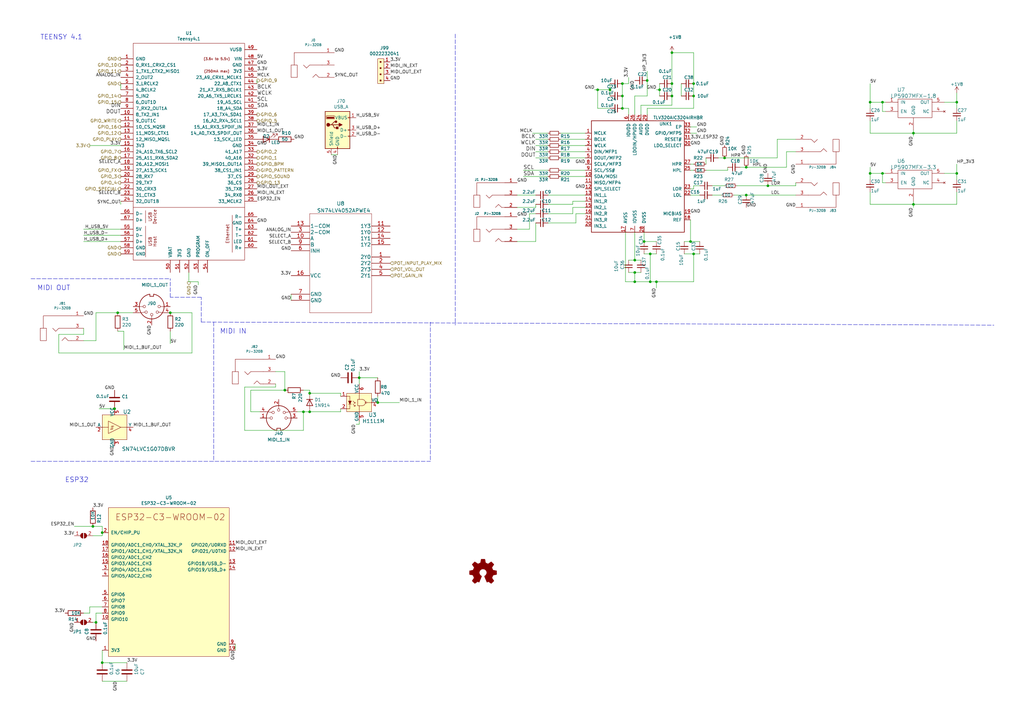
<source format=kicad_sch>
(kicad_sch (version 20211123) (generator eeschema)
  (paper "A3")
  (title_block (title "Pocket Operator MIDI Adapter") (rev "3.4") (company "Hanz Tech Inc"))
  (junction (at 361.95 71.12))
  (junction (at 266.7 104.14))
  (junction (at 260.35 115.57))
  (junction (at 69.85 128.27))
  (junction (at 41.91 271.78))
  (junction (at 264.16 99.06))
  (junction (at 266.7 115.57))
  (junction (at 374.65 83.82))
  (junction (at 255.27 39.37))
  (junction (at 306.07 80.01))
  (junction (at 265.43 33.02))
  (junction (at 284.48 104.14))
  (junction (at 297.18 64.77))
  (junction (at 260.35 111.76))
  (junction (at 127 168.91))
  (junction (at 356.87 41.91))
  (junction (at 361.95 41.91))
  (junction (at 275.59 34.29))
  (junction (at 314.96 76.2))
  (junction (at 38.1 215.9))
  (junction (at 392.43 41.91))
  (junction (at 275.59 21.59))
  (junction (at 392.43 71.12))
  (junction (at 275.59 39.37))
  (junction (at 283.21 99.06))
  (junction (at 245.11 36.83))
  (junction (at 269.24 115.57))
  (junction (at 127 161.29))
  (junction (at 270.51 36.83))
  (junction (at 260.35 106.68))
  (junction (at 147.32 154.94))
  (junction (at 48.26 128.27))
  (junction (at 284.48 39.37))
  (junction (at 116.84 160.02))
  (junction (at 41.91 218.44))
  (junction (at 306.07 68.58))
  (junction (at 124.46 168.91))
  (junction (at 356.87 71.12))
  (junction (at 39.37 255.27))
  (junction (at 255.27 44.45))
  (junction (at 284.48 34.29))
  (junction (at 374.65 54.61))
  (junction (at 46.99 167.64))
  (junction (at 250.19 36.83))
  (junction (at 154.94 165.1))
  (junction (at 255.27 34.29))
  (wire (pts (xy 234.95 85.09) (xy 240.03 85.09)))
  (wire (pts (xy 100.33 176.53) (xy 124.46 176.53)))
  (wire (pts (xy 284.48 104.14) (xy 287.02 104.14)))
  (polyline (pts (xy 82.55 121.92) (xy 69.85 121.92)))
  (wire (pts (xy 212.09 93.98) (xy 217.17 93.98)))
  (wire (pts (xy 280.67 104.14) (xy 284.48 104.14)))
  (wire (pts (xy 322.58 68.58) (xy 322.58 62.23)))
  (wire (pts (xy 302.26 76.2) (xy 314.96 76.2)))
  (wire (pts (xy 326.39 76.2) (xy 326.39 74.93)))
  (wire (pts (xy 392.43 83.82) (xy 392.43 78.74)))
  (wire (pts (xy 100.33 158.75) (xy 100.33 176.53)))
  (wire (pts (xy 39.37 128.27) (xy 39.37 139.7)))
  (wire (pts (xy 102.87 160.02) (xy 116.84 160.02)))
  (wire (pts (xy 284.48 21.59) (xy 284.48 34.29)))
  (wire (pts (xy 292.1 76.2) (xy 297.18 76.2)))
  (wire (pts (xy 262.89 43.18) (xy 275.59 43.18)))
  (wire (pts (xy 250.19 36.83) (xy 250.19 39.37)))
  (wire (pts (xy 116.84 152.4) (xy 116.84 160.02)))
  (wire (pts (xy 306.07 80.01) (xy 326.39 80.01)))
  (wire (pts (xy 39.37 139.7) (xy 34.29 139.7)))
  (wire (pts (xy 387.35 41.91) (xy 392.43 41.91)))
  (wire (pts (xy 361.95 71.12) (xy 363.22 71.12)))
  (wire (pts (xy 127 161.29) (xy 139.7 161.29)))
  (wire (pts (xy 269.24 115.57) (xy 269.24 118.11)))
  (wire (pts (xy 275.59 21.59) (xy 284.48 21.59)))
  (wire (pts (xy 30.48 215.9) (xy 38.1 215.9)))
  (wire (pts (xy 260.35 115.57) (xy 260.35 111.76)))
  (wire (pts (xy 269.24 36.83) (xy 270.51 36.83)))
  (wire (pts (xy 121.92 168.91) (xy 124.46 168.91)))
  (wire (pts (xy 284.48 115.57) (xy 269.24 115.57)))
  (wire (pts (xy 260.35 106.68) (xy 262.89 106.68)))
  (wire (pts (xy 387.35 71.12) (xy 392.43 71.12)))
  (wire (pts (xy 127 168.91) (xy 139.7 168.91)))
  (wire (pts (xy 314.96 76.2) (xy 326.39 76.2)))
  (wire (pts (xy 105.41 33.02) (xy 105.41 34.29)))
  (wire (pts (xy 256.54 95.25) (xy 256.54 115.57)))
  (wire (pts (xy 81.28 116.84) (xy 81.28 115.57)))
  (wire (pts (xy 24.13 137.16) (xy 34.29 137.16)))
  (wire (pts (xy 356.87 41.91) (xy 361.95 41.91)))
  (wire (pts (xy 229.87 59.69) (xy 240.03 59.69)))
  (wire (pts (xy 69.85 135.89) (xy 69.85 140.97)))
  (polyline (pts (xy 12.7 114.3) (xy 69.85 114.3)))
  (wire (pts (xy 265.43 29.21) (xy 265.43 33.02)))
  (wire (pts (xy 285.75 54.61) (xy 283.21 54.61)))
  (wire (pts (xy 127 160.02) (xy 127 161.29)))
  (wire (pts (xy 392.43 71.12) (xy 392.43 73.66)))
  (wire (pts (xy 34.29 251.46) (xy 36.83 251.46)))
  (wire (pts (xy 284.48 39.37) (xy 284.48 44.45)))
  (wire (pts (xy 217.17 93.98) (xy 217.17 87.63)))
  (wire (pts (xy 266.7 115.57) (xy 260.35 115.57)))
  (wire (pts (xy 41.91 215.9) (xy 38.1 215.9)))
  (wire (pts (xy 266.7 104.14) (xy 266.7 115.57)))
  (polyline (pts (xy 12.7 189.23) (xy 176.53 189.23)))
  (wire (pts (xy 265.43 46.99) (xy 265.43 44.45)))
  (wire (pts (xy 374.65 83.82) (xy 392.43 83.82)))
  (polyline (pts (xy 186.69 13.97) (xy 186.69 133.35)))
  (wire (pts (xy 78.74 144.78) (xy 24.13 144.78)))
  (wire (pts (xy 250.19 44.45) (xy 245.11 44.45)))
  (wire (pts (xy 266.7 104.14) (xy 269.24 104.14)))
  (wire (pts (xy 219.71 85.09) (xy 219.71 83.82)))
  (wire (pts (xy 146.05 173.99) (xy 147.32 173.99)))
  (wire (pts (xy 363.22 45.72) (xy 361.95 45.72)))
  (wire (pts (xy 135.89 63.5) (xy 138.43 63.5)))
  (wire (pts (xy 374.65 54.61) (xy 374.65 55.88)))
  (wire (pts (xy 139.7 161.29) (xy 139.7 162.56)))
  (wire (pts (xy 102.87 168.91) (xy 102.87 160.02)))
  (wire (pts (xy 392.43 41.91) (xy 392.43 44.45)))
  (wire (pts (xy 229.87 62.23) (xy 240.03 62.23)))
  (wire (pts (xy 224.79 87.63) (xy 234.95 87.63)))
  (wire (pts (xy 260.35 111.76) (xy 262.89 111.76)))
  (wire (pts (xy 275.59 34.29) (xy 275.59 39.37)))
  (wire (pts (xy 245.11 44.45) (xy 245.11 36.83)))
  (wire (pts (xy 265.43 44.45) (xy 284.48 44.45)))
  (wire (pts (xy 49.53 99.06) (xy 34.29 99.06)))
  (wire (pts (xy 119.38 120.65) (xy 119.38 123.19)))
  (wire (pts (xy 298.45 69.85) (xy 298.45 68.58)))
  (wire (pts (xy 224.79 83.82) (xy 234.95 83.82)))
  (wire (pts (xy 392.43 38.1) (xy 392.43 41.91)))
  (wire (pts (xy 124.46 160.02) (xy 127 160.02)))
  (wire (pts (xy 234.95 83.82) (xy 234.95 82.55)))
  (wire (pts (xy 49.53 93.98) (xy 34.29 93.98)))
  (wire (pts (xy 224.79 72.39) (xy 214.63 72.39)))
  (wire (pts (xy 363.22 74.93) (xy 361.95 74.93)))
  (wire (pts (xy 356.87 83.82) (xy 374.65 83.82)))
  (wire (pts (xy 285.75 52.07) (xy 283.21 52.07)))
  (wire (pts (xy 96.52 266.7) (xy 96.52 264.16)))
  (wire (pts (xy 24.13 144.78) (xy 24.13 137.16)))
  (wire (pts (xy 78.74 128.27) (xy 78.74 144.78)))
  (polyline (pts (xy 82.55 132.08) (xy 82.55 121.92)))
  (wire (pts (xy 297.18 64.77) (xy 318.77 64.77)))
  (wire (pts (xy 322.58 62.23) (xy 326.39 62.23)))
  (wire (pts (xy 279.4 34.29) (xy 279.4 39.37)))
  (wire (pts (xy 219.71 59.69) (xy 224.79 59.69)))
  (wire (pts (xy 374.65 54.61) (xy 392.43 54.61)))
  (wire (pts (xy 236.22 91.44) (xy 236.22 87.63)))
  (wire (pts (xy 257.81 31.75) (xy 257.81 34.29)))
  (wire (pts (xy 280.67 99.06) (xy 283.21 99.06)))
  (polyline (pts (xy 87.63 132.08) (xy 87.63 189.23)))
  (wire (pts (xy 255.27 39.37) (xy 255.27 44.45)))
  (wire (pts (xy 229.87 54.61) (xy 240.03 54.61)))
  (wire (pts (xy 257.81 34.29) (xy 255.27 34.29)))
  (wire (pts (xy 243.84 36.83) (xy 245.11 36.83)))
  (wire (pts (xy 212.09 99.06) (xy 219.71 99.06)))
  (wire (pts (xy 147.32 173.99) (xy 147.32 172.72)))
  (polyline (pts (xy 176.53 132.08) (xy 176.53 189.23)))
  (wire (pts (xy 306.07 68.58) (xy 322.58 68.58)))
  (wire (pts (xy 318.77 64.77) (xy 318.77 57.15)))
  (wire (pts (xy 41.91 219.71) (xy 41.91 218.44)))
  (wire (pts (xy 392.43 54.61) (xy 392.43 49.53)))
  (wire (pts (xy 283.21 69.85) (xy 284.48 69.85)))
  (wire (pts (xy 219.71 99.06) (xy 219.71 91.44)))
  (wire (pts (xy 219.71 57.15) (xy 224.79 57.15)))
  (wire (pts (xy 257.81 46.99) (xy 257.81 44.45)))
  (wire (pts (xy 139.7 168.91) (xy 139.7 167.64)))
  (polyline (pts (xy 69.85 121.92) (xy 69.85 114.3)))
  (wire (pts (xy 289.56 69.85) (xy 298.45 69.85)))
  (wire (pts (xy 39.37 255.27) (xy 39.37 251.46)))
  (wire (pts (xy 34.29 137.16) (xy 34.29 134.62)))
  (wire (pts (xy 41.91 218.44) (xy 41.91 215.9)))
  (wire (pts (xy 356.87 78.74) (xy 356.87 83.82)))
  (wire (pts (xy 356.87 54.61) (xy 374.65 54.61)))
  (wire (pts (xy 41.91 271.78) (xy 41.91 266.7)))
  (wire (pts (xy 113.03 158.75) (xy 100.33 158.75)))
  (wire (pts (xy 48.26 128.27) (xy 54.61 128.27)))
  (wire (pts (xy 356.87 71.12) (xy 356.87 73.66)))
  (wire (pts (xy 124.46 176.53) (xy 124.46 168.91)))
  (wire (pts (xy 41.91 279.4) (xy 52.07 279.4)))
  (wire (pts (xy 49.53 96.52) (xy 34.29 96.52)))
  (wire (pts (xy 154.94 165.1) (xy 163.83 165.1)))
  (wire (pts (xy 292.1 80.01) (xy 295.91 80.01)))
  (wire (pts (xy 356.87 68.58) (xy 356.87 71.12)))
  (wire (pts (xy 275.59 21.59) (xy 275.59 34.29)))
  (wire (pts (xy 212.09 80.01) (xy 219.71 80.01)))
  (wire (pts (xy 38.1 219.71) (xy 41.91 219.71)))
  (wire (pts (xy 147.32 152.4) (xy 147.32 154.94)))
  (wire (pts (xy 284.48 34.29) (xy 284.48 39.37)))
  (wire (pts (xy 212.09 85.09) (xy 219.71 85.09)))
  (wire (pts (xy 303.53 68.58) (xy 306.07 68.58)))
  (wire (pts (xy 219.71 62.23) (xy 224.79 62.23)))
  (wire (pts (xy 283.21 80.01) (xy 287.02 80.01)))
  (wire (pts (xy 262.89 46.99) (xy 262.89 43.18)))
  (wire (pts (xy 283.21 67.31) (xy 284.48 67.31)))
  (wire (pts (xy 219.71 64.77) (xy 224.79 64.77)))
  (wire (pts (xy 260.35 46.99) (xy 260.35 39.37)))
  (polyline (pts (xy 82.55 132.08) (xy 407.67 133.35)))
  (wire (pts (xy 147.32 157.48) (xy 147.32 154.94)))
  (wire (pts (xy 41.91 271.78) (xy 52.07 271.78)))
  (wire (pts (xy 392.43 67.31) (xy 392.43 71.12)))
  (wire (pts (xy 270.51 34.29) (xy 270.51 36.83)))
  (wire (pts (xy 49.53 83.82) (xy 49.53 82.55)))
  (wire (pts (xy 147.32 154.94) (xy 154.94 154.94)))
  (wire (pts (xy 265.43 39.37) (xy 265.43 33.02)))
  (wire (pts (xy 361.95 74.93) (xy 361.95 71.12)))
  (wire (pts (xy 374.65 83.82) (xy 374.65 85.09)))
  (wire (pts (xy 356.87 71.12) (xy 361.95 71.12)))
  (wire (pts (xy 257.81 44.45) (xy 255.27 44.45)))
  (wire (pts (xy 289.56 67.31) (xy 289.56 64.77)))
  (wire (pts (xy 124.46 168.91) (xy 127 168.91)))
  (wire (pts (xy 275.59 39.37) (xy 275.59 43.18)))
  (wire (pts (xy 69.85 128.27) (xy 78.74 128.27)))
  (wire (pts (xy 113.03 152.4) (xy 116.84 152.4)))
  (wire (pts (xy 234.95 87.63) (xy 234.95 85.09)))
  (wire (pts (xy 361.95 41.91) (xy 363.22 41.91)))
  (wire (pts (xy 284.48 77.47) (xy 284.48 76.2)))
  (wire (pts (xy 229.87 64.77) (xy 240.03 64.77)))
  (wire (pts (xy 218.44 54.61) (xy 224.79 54.61)))
  (wire (pts (xy 264.16 99.06) (xy 269.24 99.06)))
  (wire (pts (xy 260.35 39.37) (xy 265.43 39.37)))
  (wire (pts (xy 361.95 45.72) (xy 361.95 41.91)))
  (wire (pts (xy 77.47 115.57) (xy 77.47 111.76)))
  (wire (pts (xy 217.17 87.63) (xy 219.71 87.63)))
  (wire (pts (xy 250.19 34.29) (xy 250.19 36.83)))
  (wire (pts (xy 224.79 91.44) (xy 236.22 91.44)))
  (wire (pts (xy 283.21 90.17) (xy 283.21 99.06)))
  (wire (pts (xy 374.65 53.34) (xy 374.65 54.61)))
  (wire (pts (xy 39.37 128.27) (xy 48.26 128.27)))
  (wire (pts (xy 36.83 248.92) (xy 41.91 248.92)))
  (wire (pts (xy 229.87 57.15) (xy 240.03 57.15)))
  (wire (pts (xy 284.48 76.2) (xy 287.02 76.2)))
  (wire (pts (xy 356.87 49.53) (xy 356.87 54.61)))
  (wire (pts (xy 257.81 111.76) (xy 260.35 111.76)))
  (wire (pts (xy 36.83 59.69) (xy 49.53 59.69)))
  (wire (pts (xy 234.95 82.55) (xy 240.03 82.55)))
  (wire (pts (xy 245.11 36.83) (xy 250.19 36.83)))
  (wire (pts (xy 374.65 82.55) (xy 374.65 83.82)))
  (wire (pts (xy 229.87 69.85) (xy 240.03 69.85)))
  (wire (pts (xy 297.18 64.77) (xy 294.64 64.77)))
  (wire (pts (xy 38.1 255.27) (xy 39.37 255.27)))
  (wire (pts (xy 224.79 69.85) (xy 214.63 69.85)))
  (wire (pts (xy 264.16 104.14) (xy 266.7 104.14)))
  (wire (pts (xy 256.54 115.57) (xy 260.35 115.57)))
  (wire (pts (xy 318.77 57.15) (xy 326.39 57.15)))
  (wire (pts (xy 284.48 104.14) (xy 284.48 115.57)))
  (wire (pts (xy 106.68 168.91) (xy 102.87 168.91)))
  (wire (pts (xy 356.87 41.91) (xy 356.87 44.45)))
  (wire (pts (xy 260.35 95.25) (xy 260.35 106.68)))
  (wire (pts (xy 269.24 115.57) (xy 266.7 115.57)))
  (wire (pts (xy 356.87 34.29) (xy 356.87 41.91)))
  (wire (pts (xy 270.51 36.83) (xy 270.51 39.37)))
  (wire (pts (xy 224.79 80.01) (xy 240.03 80.01)))
  (wire (pts (xy 300.99 80.01) (xy 306.07 80.01)))
  (wire (pts (xy 283.21 77.47) (xy 284.48 77.47)))
  (wire (pts (xy 40.64 167.64) (xy 46.99 167.64)))
  (wire (pts (xy 236.22 87.63) (xy 240.03 87.63)))
  (wire (pts (xy 283.21 99.06) (xy 287.02 99.06)))
  (wire (pts (xy 229.87 72.39) (xy 240.03 72.39)))
  (wire (pts (xy 257.81 106.68) (xy 260.35 106.68)))
  (wire (pts (xy 50.8 143.51) (xy 50.8 135.89)))
  (wire (pts (xy 49.53 34.29) (xy 49.53 36.83)))
  (wire (pts (xy 154.94 162.56) (xy 154.94 165.1)))
  (wire (pts (xy 264.16 95.25) (xy 264.16 99.06)))
  (wire (pts (xy 39.37 251.46) (xy 41.91 251.46)))
  (wire (pts (xy 36.83 251.46) (xy 36.83 248.92)))
  (wire (pts (xy 113.03 158.75) (xy 113.03 157.48)))
  (wire (pts (xy 255.27 34.29) (xy 255.27 39.37)))
  (wire (pts (xy 81.28 115.57) (xy 77.47 115.57)))
  (wire (pts (xy 50.8 135.89) (xy 48.26 135.89)))
  (text "MIDI OUT" (at 15.24 119.38 0) (effects (font (size 2 2)) (justify left bottom)))
  (text "ESP32" (at 26.67 198.12 0) (effects (font (size 2 2)) (justify left bottom)))
  (text "MIDI IN" (at 90.17 137.16 0) (effects (font (size 2 2)) (justify left bottom)))
  (text "TEENSY 4.1\n" (at 16.51 16.51 0) (effects (font (size 2 2)) (justify left bottom)))
  (label "GND" (at 283.21 87.63 0))
  (label "HP_3V3" (at 392.43 67.31 0))
  (label "GND" (at 62.23 133.35 270))
  (label "GND" (at 146.05 173.99 270))
  (label "3.3V" (at 38.1 208.28 0))
  (label "3.3V_ESP32" (at 283.21 57.15 0))
  (label "GND" (at 269.24 118.11 270))
  (label "SELECT_A" (at 49.53 67.31 180))
  (label "GND" (at 48.26 279.4 270))
  (label "5V" (at 356.87 68.58 0))
  (label "DIN" (at 49.53 44.45 180) (effects (font (size 1.524 1.524))))
  (label "DOUT" (at 49.53 46.99 180) (effects (font (size 1.524 1.524))))
  (label "MCLK" (at 218.44 54.61 180))
  (label "GND" (at 306.07 63.5 90))
  (label "3.3V" (at 147.32 152.4 0))
  (label "MIDI_1_OUT" (at 105.41 54.61 0))
  (label "GND" (at 105.41 59.69 0))
  (label "GND" (at 34.29 129.54 0))
  (label "LOR" (at 316.23 76.2 0))
  (label "SCL" (at 105.41 41.91 0) (effects (font (size 1.524 1.524))))
  (label "GND" (at 285.75 52.07 0))
  (label "3.3V" (at 160.02 25.4 0))
  (label "MIDI_1_IN" (at 105.41 52.07 0))
  (label "GND" (at 138.43 63.5 270))
  (label "GND" (at 285.75 54.61 0))
  (label "GND" (at 297.18 59.69 90))
  (label "GND" (at 374.65 55.88 270))
  (label "GND" (at 81.28 116.84 270))
  (label "WCLK" (at 219.71 59.69 180) (effects (font (size 1.524 1.524))))
  (label "ESP32_EN" (at 30.48 215.9 180))
  (label "MIDI_1_IN" (at 163.83 165.1 0))
  (label "H_USB_5V" (at 44.45 93.98 180))
  (label "MIDI_IN_EXT" (at 96.52 226.06 0))
  (label "SDA" (at 214.63 72.39 0) (effects (font (size 1.524 1.524))))
  (label "GND" (at 139.7 154.94 180))
  (label "MIDI_OUT_EXT" (at 160.02 30.48 0))
  (label "GND" (at 105.41 26.67 0))
  (label "MCLK" (at 105.41 31.75 0))
  (label "5V" (at 105.41 24.13 0))
  (label "SYNC_OUT" (at 137.16 31.75 0))
  (label "GND" (at 314.96 71.12 90))
  (label "3.3V" (at 30.48 219.71 180))
  (label "GND" (at 113.03 147.32 0))
  (label "3.3V" (at 26.67 251.46 180))
  (label "GND" (at 212.09 88.9 0))
  (label "WCLK" (at 105.41 39.37 0) (effects (font (size 1.524 1.524))))
  (label "SDA" (at 105.41 44.45 0) (effects (font (size 1.524 1.524))))
  (label "H_USB_D-" (at 146.05 55.88 0))
  (label "3.3V" (at 257.81 31.75 90))
  (label "GND" (at 326.39 85.09 180))
  (label "MIDI_1_OUT" (at 39.37 175.26 180))
  (label "H_USB_D+" (at 146.05 53.34 0))
  (label "MIDI_OUT_EXT" (at 96.52 223.52 0))
  (label "GND" (at 306.07 85.09 0))
  (label "GND" (at 105.41 91.44 0))
  (label "HP_3V3" (at 265.43 29.21 90))
  (label "GND" (at 46.99 160.02 180))
  (label "3.3V" (at 49.53 59.69 180))
  (label "GND" (at 283.21 59.69 0))
  (label "BCLK" (at 105.41 36.83 0) (effects (font (size 1.524 1.524))))
  (label "3.3V" (at 119.38 113.03 180))
  (label "GND" (at 260.35 33.02 270))
  (label "5V" (at 40.64 167.64 0))
  (label "GND" (at 160.02 33.02 0))
  (label "H_USB_D+" (at 44.45 99.06 180))
  (label "GND" (at 30.48 255.27 270))
  (label "GND" (at 96.52 266.7 270))
  (label "GND" (at 39.37 262.89 180))
  (label "GND" (at 240.03 67.31 180))
  (label "MIDI_IN_EXT" (at 105.41 80.01 0))
  (label "DOUT" (at 219.71 64.77 180) (effects (font (size 1.524 1.524))))
  (label "HPL" (at 308.61 68.58 0))
  (label "GND" (at 243.84 36.83 180))
  (label "MIDI_IN_EXT" (at 160.02 27.94 0))
  (label "H_USB_5V" (at 146.05 48.26 0))
  (label "GND" (at 119.38 102.87 180))
  (label "GND" (at 119.38 123.19 180))
  (label "SELECT_A" (at 119.38 97.79 180))
  (label "GND" (at 212.09 74.93 0))
  (label "HPR" (at 299.72 64.77 0))
  (label "GND" (at 374.65 85.09 270))
  (label "ESP32_EN" (at 105.41 82.55 0))
  (label "GND" (at 120.65 57.15 0))
  (label "3.3V" (at 105.41 29.21 0))
  (label "SYNC_OUT" (at 49.53 83.82 180))
  (label "GND" (at 240.03 77.47 180))
  (label "GND" (at 137.16 21.59 0))
  (label "5V" (at 356.87 34.29 0))
  (label "GND" (at 326.39 67.31 270))
  (label "SELECT_B" (at 49.53 80.01 180))
  (label "SELECT_B" (at 119.38 100.33 180))
  (label "MIDI_1_BUF_OUT" (at 50.8 143.51 0))
  (label "5V" (at 69.85 140.97 0))
  (label "GND" (at 269.24 36.83 180))
  (label "MIDI_OUT_EXT" (at 105.41 77.47 0))
  (label "H_USB_D-" (at 44.45 96.52 180))
  (label "ANALOG_IN" (at 49.53 31.75 180))
  (label "GND" (at 46.99 182.88 270))
  (label "BCLK" (at 219.71 57.15 180) (effects (font (size 1.524 1.524))))
  (label "DIN" (at 219.71 62.23 180) (effects (font (size 1.524 1.524))))
  (label "SCL" (at 214.63 69.85 0) (effects (font (size 1.524 1.524))))
  (label "3.3V" (at 52.07 271.78 0))
  (label "ANALOG_IN" (at 119.38 95.25 180))
  (label "LOL" (at 316.23 80.01 0))
  (label "MIDI_1_BUF_OUT" (at 54.61 175.26 0))
  (hierarchical_label "GND" (shape output) (at 49.53 34.29 180))
  (hierarchical_label "GND" (shape output) (at 49.53 101.6 180))
  (hierarchical_label "GPIO_4" (shape output) (at 49.53 74.93 180))
  (hierarchical_label "GPIO_WRITE" (shape output) (at 49.53 49.53 180))
  (hierarchical_label "GPIO_SPECIAL" (shape output) (at 49.53 77.47 180))
  (hierarchical_label "GPIO_FX" (shape output) (at 49.53 69.85 180))
  (hierarchical_label "GPIO_11" (shape output) (at 49.53 29.21 180))
  (hierarchical_label "POT_INPUT_PLAY_MIX" (shape input) (at 160.02 107.95 0))
  (hierarchical_label "GPIO_SOUND" (shape output) (at 105.41 72.39 0))
  (hierarchical_label "POT_VOL_OUT" (shape input) (at 160.02 110.49 0))
  (hierarchical_label "GPIO_7" (shape output) (at 49.53 62.23 180))
  (hierarchical_label "GIPO_PATTERN" (shape output) (at 105.41 69.85 0))
  (hierarchical_label "GPIO_16" (shape output) (at 49.53 52.07 180))
  (hierarchical_label "GPIO_PLAY" (shape output) (at 49.53 57.15 180))
  (hierarchical_label "GPIO_BPM" (shape output) (at 105.41 67.31 0))
  (hierarchical_label "GPIO_13" (shape output) (at 105.41 74.93 0))
  (hierarchical_label "GPIO_14" (shape output) (at 49.53 39.37 180))
  (hierarchical_label "GPIO_9" (shape output) (at 105.41 33.02 0))
  (hierarchical_label "GPIO_5" (shape output) (at 105.41 49.53 0))
  (hierarchical_label "GPIO_3" (shape output) (at 49.53 72.39 180))
  (hierarchical_label "GPIO_10" (shape output) (at 49.53 26.67 180))
  (hierarchical_label "GND" (shape output) (at 77.47 115.57 270))
  (hierarchical_label "GPIO_6" (shape output) (at 105.41 46.99 0))
  (hierarchical_label "GND" (shape output) (at 49.53 104.14 180))
  (hierarchical_label "GPIO_8" (shape output) (at 49.53 64.77 180))
  (hierarchical_label "GPIO_12" (shape output) (at 49.53 54.61 180))
  (hierarchical_label "GND" (shape output) (at 49.53 24.13 180))
  (hierarchical_label "POT_GAIN_IN" (shape input) (at 160.02 113.03 0))
  (hierarchical_label "GPIO_2" (shape output) (at 105.41 62.23 0))
  (hierarchical_label "GPIO_15" (shape output) (at 49.53 41.91 180))
  (hierarchical_label "3.3V" (shape output) (at 36.83 59.69 180))
  (hierarchical_label "GPIO_1" (shape output) (at 105.41 64.77 0))
  (symbol (lib_id "Device:R") (at 69.85 132.08 0) (unit 1)
    (property "Reference" "R2" (at 71.628 130.9116 0) (effects (justify left)))
    (property "Value" "220" (at 71.628 133.223 0) (effects (justify left)))
    (property "Footprint" "Resistor_SMD:R_0805_2012Metric_Pad1.20x1.40mm_HandSolder" (effects hide))
    (property "LCSC" " C17557 " (effects hide))
  )
  (symbol (lib_id "Device:R") (at 48.26 132.08 0) (unit 1)
    (property "Reference" "R3" (at 50.038 130.9116 0) (effects (justify left)))
    (property "Value" "220" (at 50.038 133.223 0) (effects (justify left)))
    (property "Footprint" "Resistor_SMD:R_0805_2012Metric_Pad1.20x1.40mm_HandSolder" (effects hide))
    (property "LCSC" " C17557 " (effects hide))
  )
  (symbol (lib_id "dk_Optoisolators-Logic-Output:H11L1M") (at 147.32 165.1 0) (unit 1)
    (property "Reference" "U3" (at 151.13 170.18 0) (effects (font (size 1.524 1.524)) (justify left)))
    (property "Value" "H11L1M" (at 148.59 172.72 0) (effects (font (size 1.524 1.524)) (justify left)))
    (property "Footprint" "Package_DIP:DIP-6_W7.62mm" (effects hide))
    (property "Datasheet" "https://jlcpcb.com/partdetail/EverlightElec-H11L1S_TA/C78589" (effects hide))
    (property "Digi-Key_PN" "H11L1-MQT-ND" (effects hide))
    (property "MPN" "H11L1M" (effects hide))
    (property "Category" "Isolators" (effects hide))
    (property "Family" "Optoisolators - Logic Output" (effects hide))
    (property "DK_Datasheet_Link" "http://www.onsemi.com/pub/Collateral/H11L3M-D.pdf" (effects hide))
    (property "DK_Detail_Page" "/product-detail/en/on-semiconductor/H11L1M/H11L1-MQT-ND/284866" (effects hide))
    (property "Description" "OPTOISO 4.17KV OPN COLL 6DIP" (effects hide))
    (property "Manufacturer" "ON Semiconductor" (effects hide))
    (property "Status" "Active" (effects hide))
  )
  (symbol (lib_id "Connector:DIN-5_180degree") (at 114.3 171.45 0) (unit 1)
    (property "Reference" "J40" (at 114.3 177.8 0))
    (property "Value" "MIDI_1_IN" (at 114.3 180.34 0))
    (property "Footprint" "poma:MIDI_DIN5_NO_ATTACHEMENT" (effects hide))
    (property "Datasheet" "http://www.mouser.com/ds/2/18/40_c091_abd_e-75918.pdf" (effects hide))
  )
  (symbol (lib_id "Device:R") (at 120.65 160.02 90) (unit 1)
    (property "Reference" "R7" (at 120.65 163.83 0) (effects (justify left)))
    (property "Value" "220" (at 123.19 165.1 0) (effects (justify left)))
    (property "Footprint" "Resistor_SMD:R_0805_2012Metric_Pad1.20x1.40mm_HandSolder" (effects hide))
    (property "LCSC" " C17557 " (effects hide))
  )
  (symbol (lib_id "Diode:1N914") (at 127 165.1 270) (unit 1)
    (property "Reference" "D1" (at 129.0066 163.9316 90) (effects (justify left)))
    (property "Value" "1N914" (at 129.0066 166.243 90) (effects (justify left)))
    (property "Footprint" "Diode_THT:D_DO-35_SOD27_P7.62mm_Horizontal" (effects hide))
    (property "Datasheet" "https://jlcpcb.com/parts/2nd/Diodes/Switching_Diode_67" (effects hide))
  )
  (symbol (lib_id "Device:R") (at 154.94 158.75 0) (mirror y) (unit 1)
    (property "Reference" "R8" (at 158.75 158.75 0) (effects (justify left)))
    (property "Value" "470" (at 160.02 161.29 0) (effects (justify left)))
    (property "Footprint" "Resistor_SMD:R_0805_2012Metric_Pad1.20x1.40mm_HandSolder" (effects hide))
    (property "LCSC" "C17710 " (effects hide))
  )
  (symbol (lib_id "Connector:USB_A") (at 138.43 53.34 0) (unit 1)
    (property "Reference" "J70" (at 139.8778 41.4782 0))
    (property "Value" "USB_A" (at 139.8778 43.7896 0))
    (property "Footprint" "poma:TE_292303-1" (effects hide))
    (property "Datasheet" " ~" (effects hide))
  )
  (symbol (lib_id "poma:PJ-320B") (at 127 29.21 0) (unit 1)
    (property "Reference" "J0" (at 128.4732 16.4846 0) (effects (font (size 0.9906 0.9906))))
    (property "Value" "PJ-320B" (at 128.4732 18.3896 0) (effects (font (size 0.9906 0.9906))))
    (property "Footprint" "poma:3.5mm_stereo_jack_PJ320B_THRU" (effects hide))
  )
  (symbol (lib_id "Connector:DIN-5_180degree") (at 62.23 125.73 180) (unit 1)
    (property "Reference" "J90" (at 62.23 124.46 0))
    (property "Value" "MIDI_1_OUT" (at 63.5 116.84 0))
    (property "Footprint" "poma:MIDI_DIN5_NO_ATTACHEMENT" (effects hide))
    (property "Datasheet" "http://www.mouser.com/ds/2/18/40_c091_abd_e-75918.pdf" (effects hide))
  )
  (symbol (lib_id "poma:Teensy4.1") (at 77.47 78.74 0) (unit 1)
    (property "Reference" "U1" (at 77.47 13.589 0))
    (property "Value" "Teensy4.1" (at 77.47 15.9004 0))
    (property "Footprint" "Teensy:Teensy41_poma" (effects hide))
  )
  (symbol (lib_id "Device:C") (at 46.99 163.83 0) (unit 1)
    (property "Reference" "C1" (at 49.911 162.6616 0) (effects (justify left)))
    (property "Value" "0.1uF" (at 39.37 162.56 0) (effects (justify left)))
    (property "Footprint" "Capacitor_SMD:C_0805_2012Metric_Pad1.18x1.45mm_HandSolder" (effects hide))
    (property "LCSC" "C28233" (effects hide))
  )
  (symbol (lib_id "Device:C") (at 143.51 154.94 90) (unit 1)
    (property "Reference" "C2" (at 142.3416 152.019 0) (effects (justify left)))
    (property "Value" "0.1uF" (at 144.78 152.4 0) (effects (justify left)))
    (property "Footprint" "Capacitor_SMD:C_0805_2012Metric_Pad1.18x1.45mm_HandSolder" (effects hide))
    (property "LCSC" "C28233" (effects hide))
  )
  (symbol (lib_id "Device:LED") (at 109.22 57.15 180) (unit 1)
    (property "Reference" "D2" (at 109.22 55.88 0))
    (property "Value" "LED" (at 113.03 58.42 0))
    (property "Footprint" "LED_SMD:LED_0805_2012Metric_Pad1.15x1.40mm_HandSolder" (effects hide))
    (property "LCSC" "C401117" (effects hide))
  )
  (symbol (lib_id "Device:R") (at 116.84 57.15 90) (unit 1)
    (property "Reference" "R10" (at 119.38 54.61 90) (effects (justify left)))
    (property "Value" "50" (at 118.11 57.15 90) (effects (justify left)))
    (property "Footprint" "Resistor_SMD:R_0805_2012Metric_Pad1.20x1.40mm_HandSolder" (effects hide))
    (property "LCSC" " C17784 " (effects hide))
  )
  (symbol (lib_id "poma:ESP32-C3-WROOM-02") (at 68.58 240.03 0) (unit 1)
    (property "Reference" "U5" (at 69.215 204.089 0))
    (property "Value" "ESP32-C3-WROOM-02" (at 69.215 206.4004 0))
    (property "Footprint" "Espressif:ESP32-C3-WROOM-02" (effects hide))
    (property "Datasheet" "https://www.espressif.com/sites/default/files/documentation/esp32-c3-wroom-02_datasheet_en.pdf" (effects hide))
    (property "LCSC" "C2934560" (effects hide))
  )
  (symbol (lib_id "Device:C") (at 41.91 275.59 0) (unit 1)
    (property "Reference" "C6" (at 48.26 276.86 90) (effects (justify left)))
    (property "Value" "0.1uF" (at 45.72 276.86 90) (effects (justify left)))
    (property "Footprint" "Capacitor_SMD:C_0805_2012Metric_Pad1.18x1.45mm_HandSolder" (effects hide))
    (property "LCSC" "C28233" (effects hide))
  )
  (symbol (lib_id "Device:C") (at 52.07 275.59 0) (unit 1)
    (property "Reference" "C7" (at 58.42 276.86 90) (effects (justify left)))
    (property "Value" "10uF" (at 55.88 276.86 90) (effects (justify left)))
    (property "Footprint" "Capacitor_SMD:C_0805_2012Metric_Pad1.18x1.45mm_HandSolder" (effects hide))
    (property "LCSC" " C440198 " (effects hide))
  )
  (symbol (lib_id "dk_Rectangular-Connectors-Headers-Male-Pins:0022232041") (at 157.48 25.4 270) (unit 1)
    (property "Reference" "J99" (at 157.6832 19.685 90))
    (property "Value" "0022232041" (at 157.6832 21.9964 90))
    (property "Footprint" "digikey-footprints:PinHeader_1x4_P2.54mm_Drill1.02mm" (effects hide))
    (property "Datasheet" "https://www.molex.com/pdm_docs/sd/022232041_sd.pdf" (effects hide))
    (property "Digi-Key_PN" "WM4202-ND" (effects hide))
    (property "MPN" "0022232041" (effects hide))
    (property "Category" "Connectors, Interconnects" (effects hide))
    (property "Family" "Rectangular Connectors - Headers, Male Pins" (effects hide))
    (property "DK_Datasheet_Link" "https://www.molex.com/pdm_docs/sd/022232041_sd.pdf" (effects hide))
    (property "DK_Detail_Page" "/product-detail/en/molex/0022232041/WM4202-ND/26671" (effects hide))
    (property "Description" "CONN HEADER VERT 4POS 2.54MM" (effects hide))
    (property "Manufacturer" "Molex" (effects hide))
    (property "Status" "Active" (effects hide))
  )
  (symbol (lib_id "Device:C") (at 39.37 259.08 0) (unit 1)
    (property "Reference" "C8" (at 35.56 260.35 90) (effects (justify left)))
    (property "Value" "0.1uF" (at 43.18 260.35 90) (effects (justify left)))
    (property "Footprint" "Capacitor_SMD:C_0805_2012Metric_Pad1.18x1.45mm_HandSolder" (effects hide))
    (property "LCSC" "C28233" (effects hide))
  )
  (symbol (lib_id "Device:R") (at 30.48 251.46 270) (unit 1)
    (property "Reference" "R14" (at 27.94 254 90) (effects (justify left)))
    (property "Value" "10K" (at 29.21 251.46 90) (effects (justify left)))
    (property "Footprint" "Resistor_SMD:R_0805_2012Metric_Pad1.20x1.40mm_HandSolder" (effects hide))
    (property "LCSC" " C17414 " (effects hide))
  )
  (symbol (lib_id "dk_Logic-Buffers-Drivers-Receivers-Transceivers:SN74LVC1G07DBVR") (at 46.99 175.26 0) (unit 1)
    (property "Reference" "U2" (at 52.07 168.91 0) (effects (font (size 1.524 1.524))))
    (property "Value" "SN74LVC1G07DBVR" (at 60.96 184.15 0) (effects (font (size 1.524 1.524))))
    (property "Footprint" "digikey-footprints:SOT-753" (effects hide))
    (property "Datasheet" "http://www.ti.com/general/docs/suppproductinfo.tsp?distId=10&gotoUrl=http%3A%2F%2Fwww.ti.com%2Flit%2Fgpn%2Fsn74lvc1g07" (effects hide))
    (property "Digi-Key_PN" "296-8485-1-ND" (effects hide))
    (property "MPN" "SN74LVC1G07DBVR" (effects hide))
    (property "Category" "Integrated Circuits (ICs)" (effects hide))
    (property "Family" "Logic - Buffers, Drivers, Receivers, Transceivers" (effects hide))
    (property "DK_Datasheet_Link" "http://www.ti.com/general/docs/suppproductinfo.tsp?distId=10&gotoUrl=http%3A%2F%2Fwww.ti.com%2Flit%2Fgpn%2Fsn74lvc1g07" (effects hide))
    (property "DK_Detail_Page" "/product-detail/en/texas-instruments/SN74LVC1G07DBVR/296-8485-1-ND/377454" (effects hide))
    (property "Description" "IC BUF NON-INVERT 5.5V SOT23-5" (effects hide))
    (property "Manufacturer" "Texas Instruments" (effects hide))
    (property "Status" "Active" (effects hide))
    (property "LCSC" "C7829" (effects hide))
  )
  (symbol (lib_id "Device:R_Small") (at 227.33 54.61 270) (unit 1)
    (property "Reference" "R15" (at 229.87 55.88 90) (effects (justify left)))
    (property "Value" "33R" (at 220.98 55.88 90) (effects (justify left)))
    (property "Footprint" "Resistor_SMD:R_0402_1005Metric" (effects hide))
  )
  (symbol (lib_id "Device:C_Small") (at 289.56 76.2 90) (unit 1)
    (property "Reference" "C17" (at 288.29 74.93 90) (effects (justify left)))
    (property "Value" "1uF" (at 295.91 77.47 90) (effects (justify left)))
    (property "Footprint" "Capacitor_SMD:C_0402_1005Metric" (effects hide))
  )
  (symbol (lib_id "Device:C_Small") (at 280.67 101.6 180) (unit 1)
    (property "Reference" "C15" (at 278.13 99.06 90) (effects (justify left)))
    (property "Value" "10uF" (at 279.4 104.14 90) (effects (justify left)))
    (property "Footprint" "Capacitor_SMD:C_0402_1005Metric" (effects hide))
  )
  (symbol (lib_id "Device:C_Small") (at 300.99 68.58 90) (unit 1)
    (property "Reference" "C18" (at 303.53 66.04 90) (effects (justify left)))
    (property "Value" "47uF" (at 304.8 71.12 90) (effects (justify left)))
    (property "Footprint" "Capacitor_SMD:C_0402_1005Metric" (effects hide))
  )
  (symbol (lib_id "Device:R_Small") (at 227.33 72.39 270) (unit 1)
    (property "Reference" "R21" (at 229.87 73.66 90) (effects (justify left)))
    (property "Value" "33R" (at 220.98 73.66 90) (effects (justify left)))
    (property "Footprint" "Resistor_SMD:R_0402_1005Metric" (effects hide))
  )
  (symbol (lib_id "Device:C_Small") (at 281.94 39.37 90) (unit 1)
    (property "Reference" "C32" (at 284.48 36.83 90) (effects (justify left)))
    (property "Value" "10uF" (at 290.83 39.37 90) (effects (justify left)))
    (property "Footprint" "Capacitor_SMD:C_0402_1005Metric" (effects hide))
  )
  (symbol (lib_id "Tympan:LP5907MFX-1.8") (at 373.38 77.47 0) (unit 1)
    (property "Reference" "U6" (at 369.57 66.04 0) (effects (font (size 1.524 1.524))))
    (property "Value" "LP5907MFX-3.3" (at 374.65 68.58 0) (effects (font (size 1.524 1.524))))
    (property "Footprint" "Package_TO_SOT_SMD:SOT-23-5" (effects hide))
  )
  (symbol (lib_id "Device:C_Small") (at 306.07 82.55 180) (unit 1)
    (property "Reference" "C29" (at 303.53 80.01 90) (effects (justify left)))
    (property "Value" "47uF" (at 308.61 78.74 90) (effects (justify left)))
    (property "Footprint" "Capacitor_SMD:C_0402_1005Metric" (effects hide))
  )
  (symbol (lib_id "Device:C_Small") (at 222.25 80.01 90) (unit 1)
    (property "Reference" "C9" (at 226.06 78.74 90) (effects (justify left)))
    (property "Value" "2.2uF" (at 219.71 78.74 90) (effects (justify left)))
    (property "Footprint" "Capacitor_SMD:C_0402_1005Metric" (effects hide))
  )
  (symbol (lib_id "Device:C_Small") (at 392.43 76.2 0) (unit 1)
    (property "Reference" "C31" (at 392.684 74.422 0) (effects (justify left)))
    (property "Value" "1uF" (at 392.684 78.232 0) (effects (justify left)))
    (property "Footprint" "Capacitor_SMD:C_0402_1005Metric" (effects hide))
  )
  (symbol (lib_id "Graphic:Logo_Open_Hardware_Small") (at 198.12 234.95 0) (unit 1)
    (property "Reference" "#LOGO1" (effects hide))
    (property "Value" "Logo_Open_Hardware_Small" (effects hide))
    (property "Footprint" "logo:B.SilkS_g842" (effects hide))
  )
  (symbol (lib_id "Device:C_Small") (at 289.56 80.01 90) (unit 1)
    (property "Reference" "C16" (at 287.02 78.74 90) (effects (justify left)))
    (property "Value" "1uF" (at 289.56 82.55 90) (effects (justify left)))
    (property "Footprint" "Capacitor_SMD:C_0402_1005Metric" (effects hide))
  )
  (symbol (lib_id "Device:C_Small") (at 252.73 44.45 270) (unit 1)
    (property "Reference" "C25" (at 248.92 45.72 90) (effects (justify left)))
    (property "Value" "0.1uF" (at 246.38 43.18 90) (effects (justify left)))
    (property "Footprint" "Capacitor_SMD:C_0402_1005Metric" (effects hide))
  )
  (symbol (lib_id "poma:PJ-320B") (at 201.93 96.52 0) (unit 1)
    (property "Reference" "J2" (at 195.58 87.63 0) (effects (font (size 0.9906 0.9906))))
    (property "Value" "PJ-320B" (at 201.93 87.63 0) (effects (font (size 0.9906 0.9906))))
    (property "Footprint" "jacks:3.5mm_stereo_jack_PJ320B" (effects hide))
  )
  (symbol (lib_id "Device:R_Small") (at 227.33 64.77 270) (unit 1)
    (property "Reference" "R19" (at 229.87 66.04 90) (effects (justify left)))
    (property "Value" "33R" (at 220.98 66.04 90) (effects (justify left)))
    (property "Footprint" "Resistor_SMD:R_0402_1005Metric" (effects hide))
  )
  (symbol (lib_id "Device:R_Small") (at 298.45 80.01 90) (unit 1)
    (property "Reference" "R26" (at 298.45 82.55 90) (effects (justify left)))
    (property "Value" "100" (at 299.72 80.01 90) (effects (justify left)))
    (property "Footprint" "Resistor_SMD:R_0402_1005Metric" (effects hide))
  )
  (symbol (lib_id "Tympan:LP5907MFX-1.8") (at 373.38 48.26 0) (unit 1)
    (property "Reference" "U7" (at 369.57 36.83 0) (effects (font (size 1.524 1.524))))
    (property "Value" "LP5907MFX-1.8" (at 374.65 39.37 0) (effects (font (size 1.524 1.524))))
    (property "Footprint" "Package_TO_SOT_SMD:SOT-23-5" (effects hide))
  )
  (symbol (lib_id "Device:R_Small") (at 227.33 59.69 270) (unit 1)
    (property "Reference" "R17" (at 229.87 60.96 90) (effects (justify left)))
    (property "Value" "33R" (at 220.98 60.96 90) (effects (justify left)))
    (property "Footprint" "Resistor_SMD:R_0402_1005Metric" (effects hide))
  )
  (symbol (lib_id "Device:C_Small") (at 269.24 101.6 180) (unit 1)
    (property "Reference" "C35" (at 270.51 96.52 90) (effects (justify left)))
    (property "Value" "0.1uF" (at 271.78 101.6 90) (effects (justify left)))
    (property "Footprint" "Capacitor_SMD:C_0402_1005Metric" (effects hide))
  )
  (symbol (lib_id "Device:R_Small") (at 227.33 57.15 270) (unit 1)
    (property "Reference" "R16" (at 229.87 58.42 90) (effects (justify left)))
    (property "Value" "33R" (at 220.98 58.42 90) (effects (justify left)))
    (property "Footprint" "Resistor_SMD:R_0402_1005Metric" (effects hide))
  )
  (symbol (lib_id "SN74LV4052APWE4:SN74LV4052APWE4") (at 119.38 92.71 0) (unit 1)
    (property "Reference" "U8" (at 139.7 83.4824 0) (effects (font (size 1.524 1.524))))
    (property "Value" "SN74LV4052APWE4" (at 140.97 86.36 0) (effects (font (size 1.524 1.524))))
    (property "Footprint" "poma:SN74LV4052APWE4" (effects hide))
  )
  (symbol (lib_id "Device:C_Small") (at 281.94 34.29 90) (unit 1)
    (property "Reference" "C38" (at 284.48 31.75 90) (effects (justify left)))
    (property "Value" "0.1uF" (at 290.83 34.29 90) (effects (justify left)))
    (property "Footprint" "Capacitor_SMD:C_0402_1005Metric" (effects hide))
  )
  (symbol (lib_id "Device:R_Small") (at 297.18 62.23 0) (unit 1)
    (property "Reference" "R24" (at 298.45 59.69 90) (effects (justify left)))
    (property "Value" "10K" (at 298.45 60.96 0) (effects (justify left)))
    (property "Footprint" "Resistor_SMD:R_0402_1005Metric" (effects hide))
  )
  (symbol (lib_id "Device:R_Small") (at 306.07 66.04 0) (unit 1)
    (property "Reference" "R25" (at 307.34 63.5 90) (effects (justify left)))
    (property "Value" "10K" (at 307.34 66.04 0) (effects (justify left)))
    (property "Footprint" "Resistor_SMD:R_0402_1005Metric" (effects hide))
  )
  (symbol (lib_id "Device:C_Small") (at 252.73 34.29 270) (unit 1)
    (property "Reference" "C23" (at 248.92 35.56 90) (effects (justify left)))
    (property "Value" "10uF" (at 246.38 33.02 90) (effects (justify left)))
    (property "Footprint" "Capacitor_SMD:C_0402_1005Metric" (effects hide))
  )
  (symbol (lib_id "Device:C_Small") (at 257.81 109.22 180) (unit 1)
    (property "Reference" "C36" (at 255.27 106.68 90) (effects (justify left)))
    (property "Value" "10uF" (at 252.73 106.68 90) (effects (justify left)))
    (property "Footprint" "Capacitor_SMD:C_0402_1005Metric" (effects hide))
  )
  (symbol (lib_id "Device:R_Small") (at 227.33 62.23 270) (unit 1)
    (property "Reference" "R18" (at 229.87 63.5 90) (effects (justify left)))
    (property "Value" "33R" (at 220.98 63.5 90) (effects (justify left)))
    (property "Footprint" "Resistor_SMD:R_0402_1005Metric" (effects hide))
  )
  (symbol (lib_id "Jumper:SolderJumper_2_Open") (at 34.29 219.71 0) (unit 1)
    (property "Reference" "JP2" (at 31.75 223.52 0))
    (property "Value" "Jumper" (effects hide))
    (property "Footprint" "Jumper:SolderJumper-2_P1.3mm_Open_Pad1.0x1.5mm" (effects hide))
  )
  (symbol (lib_id "poma:PJ-320B") (at 201.93 82.55 0) (unit 1)
    (property "Reference" "J1" (at 195.58 73.66 0) (effects (font (size 0.9906 0.9906))))
    (property "Value" "PJ-320B" (at 200.66 73.66 0) (effects (font (size 0.9906 0.9906))))
    (property "Footprint" "jacks:3.5mm_stereo_jack_PJ320B" (effects hide))
  )
  (symbol (lib_id "power:+1V8") (at 392.43 38.1 0) (unit 1)
    (property "Reference" "#PWR0102" (effects hide))
    (property "Value" "+1V8" (at 392.43 34.544 0))
  )
  (symbol (lib_id "Device:C_Small") (at 314.96 73.66 180) (unit 1)
    (property "Reference" "C28" (at 312.42 71.12 90) (effects (justify left)))
    (property "Value" "47uF" (at 317.5 69.85 90) (effects (justify left)))
    (property "Footprint" "Capacitor_SMD:C_0402_1005Metric" (effects hide))
  )
  (symbol (lib_id "poma:PJ-320B") (at 336.55 59.69 180) (unit 1)
    (property "Reference" "J84" (at 341.63 68.58 0) (effects (font (size 0.9906 0.9906))))
    (property "Value" "PJ-320B" (at 335.28 68.58 0) (effects (font (size 0.9906 0.9906))))
    (property "Footprint" "poma:3.5mm_stereo_jack_PJ320B" (effects hide))
  )
  (symbol (lib_id "Jumper:SolderJumper_2_Open") (at 34.29 255.27 0) (unit 1)
    (property "Reference" "JP1" (at 31.75 259.08 0))
    (property "Value" "Jumper" (effects hide))
    (property "Footprint" "Jumper:SolderJumper-2_P1.3mm_Open_Pad1.0x1.5mm" (effects hide))
  )
  (symbol (lib_id "Device:C_Small") (at 273.05 34.29 90) (unit 1)
    (property "Reference" "C21" (at 275.59 31.75 90) (effects (justify left)))
    (property "Value" "0.1uF" (at 275.59 29.21 90) (effects (justify left)))
    (property "Footprint" "Capacitor_SMD:C_0402_1005Metric" (effects hide))
  )
  (symbol (lib_id "Device:C_Small") (at 273.05 39.37 90) (unit 1)
    (property "Reference" "C20" (at 275.59 36.83 90) (effects (justify left)))
    (property "Value" "0.1uF" (at 273.05 41.91 90) (effects (justify left)))
    (property "Footprint" "Capacitor_SMD:C_0402_1005Metric" (effects hide))
  )
  (symbol (lib_id "Device:C_Small") (at 287.02 101.6 180) (unit 1)
    (property "Reference" "C33" (at 284.48 99.06 90) (effects (justify left)))
    (property "Value" "0.1uF" (at 289.56 101.6 90) (effects (justify left)))
    (property "Footprint" "Capacitor_SMD:C_0402_1005Metric" (effects hide))
  )
  (symbol (lib_id "Device:C_Small") (at 222.25 83.82 90) (unit 1)
    (property "Reference" "C10" (at 226.06 82.55 90) (effects (justify left)))
    (property "Value" "2.2uF" (at 219.71 82.55 90) (effects (justify left)))
    (property "Footprint" "Capacitor_SMD:C_0402_1005Metric" (effects hide))
  )
  (symbol (lib_id "Device:R_Small") (at 287.02 67.31 90) (unit 1)
    (property "Reference" "R22" (at 288.29 64.77 90) (effects (justify left)))
    (property "Value" "6K" (at 288.29 67.31 90) (effects (justify left)))
    (property "Footprint" "Resistor_SMD:R_0402_1005Metric" (effects hide))
  )
  (symbol (lib_id "Device:R_Small") (at 227.33 69.85 270) (unit 1)
    (property "Reference" "R20" (at 229.87 71.12 90) (effects (justify left)))
    (property "Value" "33R" (at 220.98 71.12 90) (effects (justify left)))
    (property "Footprint" "Resistor_SMD:R_0402_1005Metric" (effects hide))
  )
  (symbol (lib_id "Device:C_Small") (at 292.1 64.77 90) (unit 1)
    (property "Reference" "C19" (at 294.64 62.23 90) (effects (justify left)))
    (property "Value" "47uF" (at 290.83 62.23 90) (effects (justify left)))
    (property "Footprint" "Capacitor_SMD:C_0402_1005Metric" (effects hide))
  )
  (symbol (lib_id "poma:PJ-320B") (at 102.87 154.94 0) (unit 1)
    (property "Reference" "J82" (at 104.3432 142.2146 0) (effects (font (size 0.9906 0.9906))))
    (property "Value" "PJ-320B" (at 104.3432 144.1196 0) (effects (font (size 0.9906 0.9906))))
    (property "Footprint" "jacks:3.5mm_stereo_jack_PJ320B" (effects hide))
  )
  (symbol (lib_id "Device:C_Small") (at 222.25 91.44 90) (unit 1)
    (property "Reference" "C12" (at 226.06 90.17 90) (effects (justify left)))
    (property "Value" "2.2uF" (at 219.71 90.17 90) (effects (justify left)))
    (property "Footprint" "Capacitor_SMD:C_0402_1005Metric" (effects hide))
  )
  (symbol (lib_id "Device:R") (at 38.1 212.09 0) (unit 1)
    (property "Reference" "R12" (at 40.64 214.63 90) (effects (justify left)))
    (property "Value" "10K" (at 38.1 213.36 90) (effects (justify left)))
    (property "Footprint" "Resistor_SMD:R_0805_2012Metric_Pad1.20x1.40mm_HandSolder" (effects hide))
    (property "LCSC" " C17414 " (effects hide))
  )
  (symbol (lib_id "Device:R_Small") (at 299.72 76.2 90) (unit 1)
    (property "Reference" "R27" (at 300.99 73.66 90) (effects (justify left)))
    (property "Value" "100" (at 300.99 76.2 90) (effects (justify left)))
    (property "Footprint" "Resistor_SMD:R_0402_1005Metric" (effects hide))
  )
  (symbol (lib_id "Device:C_Small") (at 264.16 101.6 180) (unit 1)
    (property "Reference" "C34" (at 262.89 96.52 90) (effects (justify left)))
    (property "Value" "10uF" (at 261.62 100.33 90) (effects (justify left)))
    (property "Footprint" "Capacitor_SMD:C_0402_1005Metric" (effects hide))
  )
  (symbol (lib_id "Device:C_Small") (at 262.89 109.22 180) (unit 1)
    (property "Reference" "C37" (at 264.16 105.41 90) (effects (justify left)))
    (property "Value" "0.1uF" (at 265.43 109.22 90) (effects (justify left)))
    (property "Footprint" "Capacitor_SMD:C_0402_1005Metric" (effects hide))
  )
  (symbol (lib_id "poma:PJ-320B") (at 336.55 77.47 180) (unit 1)
    (property "Reference" "J83" (at 341.63 86.36 0) (effects (font (size 0.9906 0.9906))))
    (property "Value" "PJ-320B" (at 335.28 86.36 0) (effects (font (size 0.9906 0.9906))))
    (property "Footprint" "poma:3.5mm_stereo_jack_PJ320B" (effects hide))
  )
  (symbol (lib_id "Device:C_Small") (at 356.87 76.2 0) (unit 1)
    (property "Reference" "C30" (at 357.124 74.422 0) (effects (justify left)))
    (property "Value" "1uF" (at 357.124 78.232 0) (effects (justify left)))
    (property "Footprint" "Capacitor_SMD:C_0402_1005Metric" (effects hide))
  )
  (symbol (lib_id "Device:C_Small") (at 222.25 87.63 90) (unit 1)
    (property "Reference" "C11" (at 226.06 86.36 90) (effects (justify left)))
    (property "Value" "2.2uF" (at 219.71 86.36 90) (effects (justify left)))
    (property "Footprint" "Capacitor_SMD:C_0402_1005Metric" (effects hide))
  )
  (symbol (lib_id "Device:C_Small") (at 356.87 46.99 0) (unit 1)
    (property "Reference" "C26" (at 357.124 45.212 0) (effects (justify left)))
    (property "Value" "1uF" (at 357.124 49.022 0) (effects (justify left)))
    (property "Footprint" "Capacitor_SMD:C_0402_1005Metric" (effects hide))
  )
  (symbol (lib_id "poma:PJ-320B") (at 24.13 137.16 0) (unit 1)
    (property "Reference" "J81" (at 25.6032 124.4346 0) (effects (font (size 0.9906 0.9906))))
    (property "Value" "PJ-320B" (at 25.6032 126.3396 0) (effects (font (size 0.9906 0.9906))))
    (property "Footprint" "jacks:3.5mm_stereo_jack_PJ320B" (effects hide))
  )
  (symbol (lib_id "Device:C_Small") (at 252.73 39.37 270) (unit 1)
    (property "Reference" "C24" (at 248.92 40.64 90) (effects (justify left)))
    (property "Value" "0.1uF" (at 246.38 38.1 90) (effects (justify left)))
    (property "Footprint" "Capacitor_SMD:C_0402_1005Metric" (effects hide))
  )
  (symbol (lib_id "TLV320AIC3204IRHBR:QFN-32_L5.0-W5.0-P0.50-TL-EP3.4") (at 158.75 -2.54 0) (unit 1)
    (property "Reference" "UNK1" (at 273.05 50.8 0))
    (property "Value" "TLV320AIC3204IRHBR" (at 278.13 48.26 0))
    (property "Footprint" "poma:TLV320AIC3204IRHBR" (effects hide))
  )
  (symbol (lib_id "Device:C_Small") (at 392.43 46.99 0) (unit 1)
    (property "Reference" "C27" (at 392.684 45.212 0) (effects (justify left)))
    (property "Value" "1uF" (at 392.684 49.022 0) (effects (justify left)))
    (property "Footprint" "Capacitor_SMD:C_0402_1005Metric" (effects hide))
  )
  (symbol (lib_id "power:+1V8") (at 275.59 21.59 0) (unit 1)
    (property "Reference" "#PWR0101" (effects hide))
    (property "Value" "+1V8" (at 276.86 15.24 0))
  )
  (symbol (lib_id "Device:C_Small") (at 262.89 33.02 90) (unit 1)
    (property "Reference" "C22" (at 265.43 30.48 90) (effects (justify left)))
    (property "Value" "0.1uF" (at 264.16 35.56 90) (effects (justify left)))
    (property "Footprint" "Capacitor_SMD:C_0402_1005Metric" (effects hide))
  )
  (symbol (lib_id "Device:R_Small") (at 287.02 69.85 90) (unit 1)
    (property "Reference" "R23" (at 288.29 72.39 90) (effects (justify left)))
    (property "Value" "6K" (at 288.29 69.85 90) (effects (justify left)))
    (property "Footprint" "Resistor_SMD:R_0402_1005Metric" (effects hide))
  )
)
</source>
